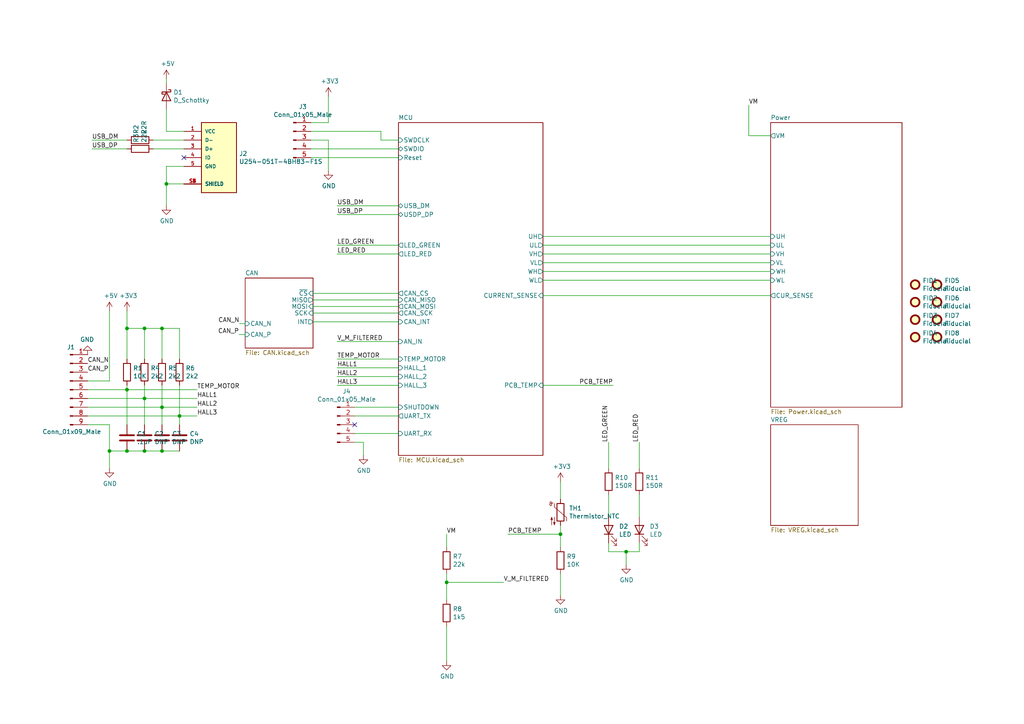
<source format=kicad_sch>
(kicad_sch (version 20211123) (generator eeschema)
  (paper "A4")
  (title_block (title "xESC BLDC Controller") (date "2021-12-01") (rev "2.0") (company "Clemens Elflein") (comment 1 "Creative Commons Attribution-NonCommercial-ShareAlike 4.0 International License.") (comment 2 "Licensed under "))
  (lib_symbols
    (symbol "Connector:Conn_01x05_Male" (pin_names (offset 1.016) hide)
      (property "Reference" "J" (at 0 7.62 0))
      (property "Value" "Conn_01x05_Male" (at 0 -7.62 0))
      (symbol "Conn_01x05_Male_1_1"
        (polyline (pts (xy 1.27 -5.08) (xy 0.8636 -5.08)) (stroke (width 0.1524)))
        (polyline (pts (xy 1.27 -2.54) (xy 0.8636 -2.54)) (stroke (width 0.1524)))
        (polyline (pts (xy 1.27 0) (xy 0.8636 0)) (stroke (width 0.1524)))
        (polyline (pts (xy 1.27 2.54) (xy 0.8636 2.54)) (stroke (width 0.1524)))
        (polyline (pts (xy 1.27 5.08) (xy 0.8636 5.08)) (stroke (width 0.1524)))
        (rectangle (start 0.8636 -4.953) (end 0 -5.207) (stroke (width 0.1524)) (fill (type outline)))
        (rectangle (start 0.8636 -2.413) (end 0 -2.667) (stroke (width 0.1524)) (fill (type outline)))
        (rectangle (start 0.8636 0.127) (end 0 -0.127) (stroke (width 0.1524)) (fill (type outline)))
        (rectangle (start 0.8636 2.667) (end 0 2.413) (stroke (width 0.1524)) (fill (type outline)))
        (rectangle (start 0.8636 5.207) (end 0 4.953) (stroke (width 0.1524)) (fill (type outline)))
        (pin passive line (at 5.08 5.08 180) (length 3.81) (name "Pin_1") (number "1"))
        (pin passive line (at 5.08 2.54 180) (length 3.81) (name "Pin_2") (number "2"))
        (pin passive line (at 5.08 0 180) (length 3.81) (name "Pin_3") (number "3"))
        (pin passive line (at 5.08 -2.54 180) (length 3.81) (name "Pin_4") (number "4"))
        (pin passive line (at 5.08 -5.08 180) (length 3.81) (name "Pin_5") (number "5"))
      )
    )
    (symbol "Connector:Conn_01x09_Male" (pin_names (offset 1.016) hide)
      (property "Reference" "J" (at 0 12.7 0))
      (property "Value" "Conn_01x09_Male" (at 0 -12.7 0))
      (symbol "Conn_01x09_Male_1_1"
        (polyline (pts (xy 1.27 -10.16) (xy 0.8636 -10.16)) (stroke (width 0.1524)))
        (polyline (pts (xy 1.27 -7.62) (xy 0.8636 -7.62)) (stroke (width 0.1524)))
        (polyline (pts (xy 1.27 -5.08) (xy 0.8636 -5.08)) (stroke (width 0.1524)))
        (polyline (pts (xy 1.27 -2.54) (xy 0.8636 -2.54)) (stroke (width 0.1524)))
        (polyline (pts (xy 1.27 0) (xy 0.8636 0)) (stroke (width 0.1524)))
        (polyline (pts (xy 1.27 2.54) (xy 0.8636 2.54)) (stroke (width 0.1524)))
        (polyline (pts (xy 1.27 5.08) (xy 0.8636 5.08)) (stroke (width 0.1524)))
        (polyline (pts (xy 1.27 7.62) (xy 0.8636 7.62)) (stroke (width 0.1524)))
        (polyline (pts (xy 1.27 10.16) (xy 0.8636 10.16)) (stroke (width 0.1524)))
        (rectangle (start 0.8636 -10.033) (end 0 -10.287) (stroke (width 0.1524)) (fill (type outline)))
        (rectangle (start 0.8636 -7.493) (end 0 -7.747) (stroke (width 0.1524)) (fill (type outline)))
        (rectangle (start 0.8636 -4.953) (end 0 -5.207) (stroke (width 0.1524)) (fill (type outline)))
        (rectangle (start 0.8636 -2.413) (end 0 -2.667) (stroke (width 0.1524)) (fill (type outline)))
        (rectangle (start 0.8636 0.127) (end 0 -0.127) (stroke (width 0.1524)) (fill (type outline)))
        (rectangle (start 0.8636 2.667) (end 0 2.413) (stroke (width 0.1524)) (fill (type outline)))
        (rectangle (start 0.8636 5.207) (end 0 4.953) (stroke (width 0.1524)) (fill (type outline)))
        (rectangle (start 0.8636 7.747) (end 0 7.493) (stroke (width 0.1524)) (fill (type outline)))
        (rectangle (start 0.8636 10.287) (end 0 10.033) (stroke (width 0.1524)) (fill (type outline)))
        (pin passive line (at 5.08 10.16 180) (length 3.81) (name "Pin_1") (number "1"))
        (pin passive line (at 5.08 7.62 180) (length 3.81) (name "Pin_2") (number "2"))
        (pin passive line (at 5.08 5.08 180) (length 3.81) (name "Pin_3") (number "3"))
        (pin passive line (at 5.08 2.54 180) (length 3.81) (name "Pin_4") (number "4"))
        (pin passive line (at 5.08 0 180) (length 3.81) (name "Pin_5") (number "5"))
        (pin passive line (at 5.08 -2.54 180) (length 3.81) (name "Pin_6") (number "6"))
        (pin passive line (at 5.08 -5.08 180) (length 3.81) (name "Pin_7") (number "7"))
        (pin passive line (at 5.08 -7.62 180) (length 3.81) (name "Pin_8") (number "8"))
        (pin passive line (at 5.08 -10.16 180) (length 3.81) (name "Pin_9") (number "9"))
      )
    )
    (symbol "Device:C" (pin_numbers hide) (pin_names (offset 0.254))
      (property "Reference" "C" (at 0.635 2.54 0))
      (property "Value" "C" (at 0.635 -2.54 0))
      (symbol "C_0_1"
        (polyline (pts (xy -2.032 -0.762) (xy 2.032 -0.762)) (stroke (width 0.508)))
        (polyline (pts (xy -2.032 0.762) (xy 2.032 0.762)) (stroke (width 0.508)))
      )
      (symbol "C_1_1"
        (pin passive line (at 0 3.81 270) (length 2.794) (name "~") (number "1"))
        (pin passive line (at 0 -3.81 90) (length 2.794) (name "~") (number "2"))
      )
    )
    (symbol "Device:D_Schottky" (pin_numbers hide) (pin_names (offset 1.016) hide)
      (property "Reference" "D" (at 0 2.54 0))
      (property "Value" "D_Schottky" (at 0 -2.54 0))
      (symbol "D_Schottky_0_1"
        (polyline (pts (xy 1.27 0) (xy -1.27 0)))
        (polyline (pts (xy 1.27 1.27) (xy 1.27 -1.27) (xy -1.27 0) (xy 1.27 1.27)) (stroke (width 0.254)))
        (polyline (pts (xy -1.905 0.635) (xy -1.905 1.27) (xy -1.27 1.27) (xy -1.27 -1.27) (xy -0.635 -1.27) (xy -0.635 -0.635)) (stroke (width 0.254)))
      )
      (symbol "D_Schottky_1_1"
        (pin passive line (at -3.81 0 0) (length 2.54) (name "K") (number "1"))
        (pin passive line (at 3.81 0 180) (length 2.54) (name "A") (number "2"))
      )
    )
    (symbol "Device:LED" (pin_numbers hide) (pin_names (offset 1.016) hide)
      (property "Reference" "D" (at 0 2.54 0))
      (property "Value" "LED" (at 0 -2.54 0))
      (symbol "LED_0_1"
        (polyline (pts (xy -1.27 -1.27) (xy -1.27 1.27)) (stroke (width 0.254)))
        (polyline (pts (xy -1.27 0) (xy 1.27 0)))
        (polyline (pts (xy 1.27 -1.27) (xy 1.27 1.27) (xy -1.27 0) (xy 1.27 -1.27)) (stroke (width 0.254)))
        (polyline (pts (xy -3.048 -0.762) (xy -4.572 -2.286) (xy -3.81 -2.286) (xy -4.572 -2.286) (xy -4.572 -1.524)))
        (polyline (pts (xy -1.778 -0.762) (xy -3.302 -2.286) (xy -2.54 -2.286) (xy -3.302 -2.286) (xy -3.302 -1.524)))
      )
      (symbol "LED_1_1"
        (pin passive line (at -3.81 0 0) (length 2.54) (name "K") (number "1"))
        (pin passive line (at 3.81 0 180) (length 2.54) (name "A") (number "2"))
      )
    )
    (symbol "Device:R" (pin_numbers hide) (pin_names (offset 0))
      (property "Reference" "R" (at 2.032 0 90))
      (property "Value" "R" (at 0 0 90))
      (symbol "R_0_1"
        (rectangle (start -1.016 -2.54) (end 1.016 2.54) (stroke (width 0.254)))
      )
      (symbol "R_1_1"
        (pin passive line (at 0 3.81 270) (length 1.27) (name "~") (number "1"))
        (pin passive line (at 0 -3.81 90) (length 1.27) (name "~") (number "2"))
      )
    )
    (symbol "Device:Thermistor_NTC" (pin_numbers hide) (pin_names (offset 0))
      (property "Reference" "TH" (at -4.445 0 90))
      (property "Value" "Thermistor_NTC" (at 3.175 0 90))
      (symbol "Thermistor_NTC_0_1"
        (arc (start -3.048 2.159) (mid -3.0505 2.3165) (end -3.175 2.413))
        (arc (start -3.048 2.159) (mid -2.9736 1.9794) (end -2.794 1.905))
        (arc (start -3.048 2.794) (mid -2.9736 2.6144) (end -2.794 2.54))
        (arc (start -2.794 1.905) (mid -2.6144 1.9794) (end -2.54 2.159))
        (arc (start -2.794 2.54) (mid -2.434 2.5608) (end -2.159 2.794))
        (arc (start -2.794 3.048) (mid -2.9736 2.9736) (end -3.048 2.794))
        (arc (start -2.54 2.794) (mid -2.6144 2.9736) (end -2.794 3.048))
        (rectangle (start -1.016 2.54) (end 1.016 -2.54) (stroke (width 0.254)))
        (polyline (pts (xy -2.54 2.159) (xy -2.54 2.794)))
        (polyline (pts (xy -1.778 2.54) (xy -1.778 1.524) (xy 1.778 -1.524) (xy 1.778 -2.54)))
        (polyline (pts (xy -2.54 -3.683) (xy -2.54 -1.397) (xy -2.794 -2.159) (xy -2.286 -2.159) (xy -2.54 -1.397) (xy -2.54 -1.651)) (fill (type outline)))
        (polyline (pts (xy -1.778 -1.397) (xy -1.778 -3.683) (xy -2.032 -2.921) (xy -1.524 -2.921) (xy -1.778 -3.683) (xy -1.778 -3.429)) (fill (type outline)))
      )
      (symbol "Thermistor_NTC_1_1"
        (pin passive line (at 0 3.81 270) (length 1.27) (name "~") (number "1"))
        (pin passive line (at 0 -3.81 90) (length 1.27) (name "~") (number "2"))
      )
    )
    (symbol "Mechanical:Fiducial"
      (property "Reference" "FID" (at 0 5.08 0))
      (property "Value" "Fiducial" (at 0 3.175 0))
      (symbol "Fiducial_0_1"
        (circle (center 0 0) (radius 1.27) (stroke (width 0.508)) (fill (type background)))
      )
    )
    (symbol "U254-051T-4BH83-F1S:U254-051T-4BH83-F1S" (pin_names (offset 1.016))
      (property "Reference" "J" (at -5.08 11.43 0))
      (property "Value" "U254-051T-4BH83-F1S" (at -5.08 -12.7 0))
      (symbol "U254-051T-4BH83-F1S_0_0"
        (rectangle (start -5.08 -10.16) (end 5.08 10.16) (stroke (width 0.254)) (fill (type background)))
        (pin power_in line (at -10.16 7.62 0) (length 5.08) (name "VCC") (number "1"))
        (pin bidirectional line (at -10.16 5.08 0) (length 5.08) (name "D-") (number "2"))
        (pin bidirectional line (at -10.16 2.54 0) (length 5.08) (name "D+") (number "3"))
        (pin bidirectional line (at -10.16 0 0) (length 5.08) (name "ID") (number "4"))
        (pin power_in line (at -10.16 -2.54 0) (length 5.08) (name "GND") (number "5"))
        (pin passive line (at -10.16 -7.62 0) (length 5.08) (name "SHIELD") (number "S1"))
        (pin passive line (at -10.16 -7.62 0) (length 5.08) (name "SHIELD") (number "S2"))
        (pin passive line (at -10.16 -7.62 0) (length 5.08) (name "SHIELD") (number "S3"))
        (pin passive line (at -10.16 -7.62 0) (length 5.08) (name "SHIELD") (number "S4"))
        (pin passive line (at -10.16 -7.62 0) (length 5.08) (name "SHIELD") (number "S5"))
        (pin passive line (at -10.16 -7.62 0) (length 5.08) (name "SHIELD") (number "S6"))
      )
    )
    (symbol "power:+3.3V" (power) (pin_names (offset 0))
      (property "Value" "+3.3V" (at 0 3.556 0))
      (symbol "+3.3V_0_1"
        (polyline (pts (xy -0.762 1.27) (xy 0 2.54)))
        (polyline (pts (xy 0 0) (xy 0 2.54)))
        (polyline (pts (xy 0 2.54) (xy 0.762 1.27)))
      )
      (symbol "+3.3V_1_1"
        (pin power_in line (at 0 0 90) (length 0) hide (name "+3V3") (number "1"))
      )
    )
    (symbol "power:+5V" (power) (pin_names (offset 0))
      (property "Value" "+5V" (at 0 3.556 0))
      (symbol "+5V_0_1"
        (polyline (pts (xy -0.762 1.27) (xy 0 2.54)))
        (polyline (pts (xy 0 0) (xy 0 2.54)))
        (polyline (pts (xy 0 2.54) (xy 0.762 1.27)))
      )
      (symbol "+5V_1_1"
        (pin power_in line (at 0 0 90) (length 0) hide (name "+5V") (number "1"))
      )
    )
    (symbol "power:GND" (power) (pin_names (offset 0))
      (property "Value" "GND" (at 0 -3.81 0))
      (symbol "GND_0_1"
        (polyline (pts (xy 0 0) (xy 0 -1.27) (xy 1.27 -1.27) (xy 0 -2.54) (xy -1.27 -1.27) (xy 0 -1.27)))
      )
      (symbol "GND_1_1"
        (pin power_in line (at 0 0 270) (length 0) hide (name "GND") (number "1"))
      )
    )
  )
  (junction (at 46.99 130.81))
  (junction (at 36.83 113.03))
  (junction (at 48.26 53.34))
  (junction (at 36.83 95.25))
  (junction (at 129.54 168.91))
  (junction (at 36.83 130.81))
  (junction (at 52.07 120.65))
  (junction (at 46.99 95.25))
  (junction (at 46.99 118.11))
  (junction (at 41.91 130.81))
  (junction (at 162.56 154.94))
  (junction (at 41.91 95.25))
  (junction (at 31.75 130.81))
  (junction (at 181.61 160.02))
  (junction (at 41.91 115.57))
  (no_connect (at 102.87 123.19))
  (no_connect (at 53.34 45.72))
  (wire (pts (xy 53.34 40.64) (xy 44.45 40.64)))
  (wire (pts (xy 115.57 71.12) (xy 97.79 71.12)))
  (wire (pts (xy 95.25 35.56) (xy 95.25 27.94)))
  (wire (pts (xy 97.79 109.22) (xy 115.57 109.22)))
  (wire (pts (xy 110.49 40.64) (xy 115.57 40.64)))
  (wire (pts (xy 181.61 160.02) (xy 185.42 160.02)))
  (wire (pts (xy 223.52 76.2) (xy 157.48 76.2)))
  (wire (pts (xy 48.26 24.13) (xy 48.26 22.86)))
  (wire (pts (xy 162.56 152.4) (xy 162.56 154.94)))
  (wire (pts (xy 223.52 68.58) (xy 157.48 68.58)))
  (wire (pts (xy 162.56 154.94) (xy 162.56 158.75)))
  (wire (pts (xy 115.57 106.68) (xy 97.79 106.68)))
  (wire (pts (xy 53.34 48.26) (xy 48.26 48.26)))
  (wire (pts (xy 41.91 95.25) (xy 46.99 95.25)))
  (wire (pts (xy 25.4 120.65) (xy 52.07 120.65)))
  (wire (pts (xy 57.15 113.03) (xy 36.83 113.03)))
  (wire (pts (xy 90.805 88.9) (xy 115.57 88.9)))
  (wire (pts (xy 46.99 118.11) (xy 25.4 118.11)))
  (wire (pts (xy 90.805 93.345) (xy 115.57 93.345)))
  (wire (pts (xy 223.52 73.66) (xy 157.48 73.66)))
  (wire (pts (xy 69.342 97.028) (xy 71.12 97.028)))
  (wire (pts (xy 162.56 166.37) (xy 162.56 172.72)))
  (wire (pts (xy 31.75 123.19) (xy 31.75 130.81)))
  (wire (pts (xy 217.17 39.37) (xy 217.17 30.48)))
  (wire (pts (xy 41.91 111.76) (xy 41.91 115.57)))
  (wire (pts (xy 176.53 149.86) (xy 176.53 143.51)))
  (wire (pts (xy 48.26 48.26) (xy 48.26 53.34)))
  (wire (pts (xy 52.07 111.76) (xy 52.07 120.65)))
  (wire (pts (xy 115.57 99.06) (xy 97.79 99.06)))
  (wire (pts (xy 176.53 135.89) (xy 176.53 128.27)))
  (wire (pts (xy 90.17 43.18) (xy 115.57 43.18)))
  (wire (pts (xy 217.17 39.37) (xy 223.52 39.37)))
  (wire (pts (xy 31.75 130.81) (xy 31.75 135.89)))
  (wire (pts (xy 36.83 130.81) (xy 31.75 130.81)))
  (wire (pts (xy 53.34 53.34) (xy 48.26 53.34)))
  (wire (pts (xy 129.54 168.91) (xy 146.05 168.91)))
  (wire (pts (xy 157.48 78.74) (xy 223.52 78.74)))
  (wire (pts (xy 90.805 90.805) (xy 115.57 90.805)))
  (wire (pts (xy 46.99 118.11) (xy 46.99 123.19)))
  (wire (pts (xy 176.53 160.02) (xy 181.61 160.02)))
  (wire (pts (xy 25.4 123.19) (xy 31.75 123.19)))
  (wire (pts (xy 185.42 135.89) (xy 185.42 128.27)))
  (wire (pts (xy 115.57 73.66) (xy 97.79 73.66)))
  (wire (pts (xy 41.91 130.81) (xy 36.83 130.81)))
  (wire (pts (xy 95.25 40.64) (xy 95.25 49.53)))
  (wire (pts (xy 110.49 38.1) (xy 110.49 40.64)))
  (wire (pts (xy 129.54 173.99) (xy 129.54 168.91)))
  (wire (pts (xy 41.91 115.57) (xy 57.15 115.57)))
  (wire (pts (xy 90.805 85.09) (xy 115.57 85.09)))
  (wire (pts (xy 97.79 59.69) (xy 115.57 59.69)))
  (wire (pts (xy 115.57 111.76) (xy 97.79 111.76)))
  (wire (pts (xy 157.48 71.12) (xy 223.52 71.12)))
  (wire (pts (xy 52.07 120.65) (xy 52.07 123.19)))
  (wire (pts (xy 176.53 157.48) (xy 176.53 160.02)))
  (wire (pts (xy 129.54 168.91) (xy 129.54 166.37)))
  (wire (pts (xy 36.83 43.18) (xy 26.67 43.18)))
  (wire (pts (xy 90.17 38.1) (xy 110.49 38.1)))
  (wire (pts (xy 53.34 43.18) (xy 44.45 43.18)))
  (wire (pts (xy 53.34 38.1) (xy 48.26 38.1)))
  (wire (pts (xy 36.83 95.25) (xy 41.91 95.25)))
  (wire (pts (xy 129.54 158.75) (xy 129.54 154.94)))
  (wire (pts (xy 46.99 111.76) (xy 46.99 118.11)))
  (wire (pts (xy 36.83 113.03) (xy 25.4 113.03)))
  (wire (pts (xy 105.41 128.27) (xy 105.41 132.08)))
  (wire (pts (xy 129.54 181.61) (xy 129.54 191.77)))
  (wire (pts (xy 157.48 85.725) (xy 223.52 85.725)))
  (wire (pts (xy 90.805 86.995) (xy 115.57 86.995)))
  (wire (pts (xy 57.15 118.11) (xy 46.99 118.11)))
  (wire (pts (xy 69.469 93.853) (xy 71.12 93.853)))
  (wire (pts (xy 185.42 157.48) (xy 185.42 160.02)))
  (wire (pts (xy 97.79 104.14) (xy 115.57 104.14)))
  (wire (pts (xy 46.99 130.81) (xy 52.07 130.81)))
  (wire (pts (xy 90.17 40.64) (xy 95.25 40.64)))
  (wire (pts (xy 36.83 95.25) (xy 36.83 90.17)))
  (wire (pts (xy 48.26 53.34) (xy 48.26 59.69)))
  (wire (pts (xy 41.91 130.81) (xy 46.99 130.81)))
  (wire (pts (xy 48.26 38.1) (xy 48.26 31.75)))
  (wire (pts (xy 115.57 125.73) (xy 102.87 125.73)))
  (wire (pts (xy 102.87 118.11) (xy 115.57 118.11)))
  (wire (pts (xy 223.52 81.28) (xy 157.48 81.28)))
  (wire (pts (xy 41.91 104.14) (xy 41.91 95.25)))
  (wire (pts (xy 36.83 113.03) (xy 36.83 111.76)))
  (wire (pts (xy 52.07 120.65) (xy 57.15 120.65)))
  (wire (pts (xy 162.56 144.78) (xy 162.56 139.7)))
  (wire (pts (xy 185.42 149.86) (xy 185.42 143.51)))
  (wire (pts (xy 41.91 115.57) (xy 41.91 123.19)))
  (wire (pts (xy 162.56 154.94) (xy 147.32 154.94)))
  (wire (pts (xy 90.17 35.56) (xy 95.25 35.56)))
  (wire (pts (xy 36.83 123.19) (xy 36.83 113.03)))
  (wire (pts (xy 36.83 40.64) (xy 26.67 40.64)))
  (wire (pts (xy 36.83 104.14) (xy 36.83 95.25)))
  (wire (pts (xy 157.48 111.76) (xy 177.8 111.76)))
  (wire (pts (xy 25.4 115.57) (xy 41.91 115.57)))
  (wire (pts (xy 115.57 120.65) (xy 102.87 120.65)))
  (wire (pts (xy 102.87 128.27) (xy 105.41 128.27)))
  (wire (pts (xy 46.99 104.14) (xy 46.99 95.25)))
  (wire (pts (xy 115.57 62.23) (xy 97.79 62.23)))
  (wire (pts (xy 181.61 163.83) (xy 181.61 160.02)))
  (wire (pts (xy 46.99 95.25) (xy 52.07 95.25)))
  (wire (pts (xy 31.75 90.17) (xy 31.75 110.49)))
  (wire (pts (xy 52.07 95.25) (xy 52.07 104.14)))
  (wire (pts (xy 90.17 45.72) (xy 115.57 45.72)))
  (wire (pts (xy 25.4 110.49) (xy 31.75 110.49)))
  (label "PCB_TEMP" (at 177.8 111.76 180))
  (label "HALL3" (at 57.15 120.65 0))
  (label "V_M_FILTERED" (at 146.05 168.91 0))
  (label "LED_GREEN" (at 97.79 71.12 0))
  (label "LED_RED" (at 185.42 128.27 90))
  (label "V_M_FILTERED" (at 97.79 99.06 0))
  (label "USB_DP" (at 97.79 62.23 0))
  (label "HALL1" (at 97.79 106.68 0))
  (label "HALL2" (at 97.79 109.22 0))
  (label "TEMP_MOTOR" (at 57.15 113.03 0))
  (label "VM" (at 129.54 154.94 0))
  (label "LED_GREEN" (at 176.53 128.27 90))
  (label "CAN_N" (at 25.4 105.41 0))
  (label "USB_DP" (at 26.67 43.18 0))
  (label "CAN_P" (at 69.342 97.028 180))
  (label "USB_DM" (at 97.79 59.69 0))
  (label "HALL1" (at 57.15 115.57 0))
  (label "TEMP_MOTOR" (at 97.79 104.14 0))
  (label "VM" (at 217.17 30.48 0))
  (label "HALL3" (at 97.79 111.76 0))
  (label "USB_DM" (at 26.67 40.64 0))
  (label "LED_RED" (at 97.79 73.66 0))
  (label "CAN_N" (at 69.469 93.853 180))
  (label "CAN_P" (at 25.4 107.95 0))
  (label "PCB_TEMP" (at 147.32 154.94 0))
  (label "HALL2" (at 57.15 118.11 0))
  (symbol (lib_id "power:+5V") (at 31.75 90.17 0) (unit 1)
    (property "Reference" "#PWR02" (effects hide))
    (property "Value" "+5V" (at 32.131 85.7758 0))
  )
  (symbol (lib_id "power:GND") (at 31.75 135.89 0) (unit 1)
    (property "Reference" "#PWR03" (effects hide))
    (property "Value" "GND" (at 31.877 140.2842 0))
  )
  (symbol (lib_id "Device:C") (at 36.83 127 0) (unit 1)
    (property "Reference" "C1" (at 39.751 125.8316 0) (effects (justify left)))
    (property "Value" ".1uF" (at 39.751 128.143 0) (effects (justify left)))
    (property "Footprint" "Capacitor_SMD:C_0603_1608Metric" (effects hide))
    (property "Digikey" "490-1331-1-ND" (effects hide))
    (property "Part Number" "CL10B104KC8NNNC" (effects hide))
    (property "Stock_PN" "C-603-.1uF-100V-X7R" (effects hide))
  )
  (symbol (lib_id "Device:R") (at 36.83 107.95 0) (unit 1)
    (property "Reference" "R1" (at 38.608 106.7816 0) (effects (justify left)))
    (property "Value" "10K" (at 38.608 109.093 0) (effects (justify left)))
    (property "Footprint" "Resistor_SMD:R_0603_1608Metric" (effects hide))
    (property "Digikey" "311-10.0KHRCT-ND" (effects hide))
    (property "Part Number" "RC0603FR-0710KL" (effects hide))
    (property "Stock_PN" "R-603-10K-.1W-1%" (effects hide))
  )
  (symbol (lib_id "power:+3.3V") (at 36.83 90.17 0) (unit 1)
    (property "Reference" "#PWR04" (effects hide))
    (property "Value" "+3.3V" (at 37.211 85.7758 0))
  )
  (symbol (lib_id "Device:R") (at 41.91 107.95 0) (unit 1)
    (property "Reference" "R4" (at 43.688 106.7816 0) (effects (justify left)))
    (property "Value" "2k2" (at 43.688 109.093 0) (effects (justify left)))
    (property "Footprint" "Resistor_SMD:R_0603_1608Metric" (effects hide))
    (property "Digikey" "311-2.20KHRCT-ND" (effects hide))
    (property "Part Number" "RC0603FR-072K2L" (effects hide))
    (property "Stock_PN" "R-603-2.2K-.1W-1%" (effects hide))
  )
  (symbol (lib_id "Device:R") (at 46.99 107.95 0) (unit 1)
    (property "Reference" "R5" (at 48.768 106.7816 0) (effects (justify left)))
    (property "Value" "2k2" (at 48.768 109.093 0) (effects (justify left)))
    (property "Footprint" "Resistor_SMD:R_0603_1608Metric" (effects hide))
    (property "Digikey" "311-2.20KHRCT-ND" (effects hide))
    (property "Part Number" "RC0603FR-072K2L" (effects hide))
    (property "Stock_PN" "R-603-2.2K-.1W-1%" (effects hide))
  )
  (symbol (lib_id "Device:R") (at 52.07 107.95 0) (unit 1)
    (property "Reference" "R6" (at 53.848 106.7816 0) (effects (justify left)))
    (property "Value" "2k2" (at 53.848 109.093 0) (effects (justify left)))
    (property "Footprint" "Resistor_SMD:R_0603_1608Metric" (effects hide))
    (property "Digikey" "311-2.20KHRCT-ND" (effects hide))
    (property "Part Number" "RC0603FR-072K2L" (effects hide))
    (property "Stock_PN" "R-603-2.2K-.1W-1%" (effects hide))
  )
  (symbol (lib_id "Device:C") (at 52.07 127 0) (unit 1)
    (property "Reference" "C4" (at 54.991 125.8316 0) (effects (justify left)))
    (property "Value" "DNP" (at 54.991 128.143 0) (effects (justify left)))
    (property "Footprint" "Capacitor_SMD:C_0603_1608Metric" (effects hide))
    (property "Config" "do not place" (effects hide))
  )
  (symbol (lib_id "Device:C") (at 46.99 127 0) (unit 1)
    (property "Reference" "C3" (at 49.911 125.8316 0) (effects (justify left)))
    (property "Value" "DNP" (at 49.911 128.143 0) (effects (justify left)))
    (property "Footprint" "Capacitor_SMD:C_0603_1608Metric" (effects hide))
    (property "Config" "do not place" (effects hide))
  )
  (symbol (lib_id "Device:C") (at 41.91 127 0) (unit 1)
    (property "Reference" "C2" (at 44.831 125.8316 0) (effects (justify left)))
    (property "Value" "DNP" (at 44.831 128.143 0) (effects (justify left)))
    (property "Footprint" "Capacitor_SMD:C_0603_1608Metric" (effects hide))
    (property "Config" "do not place" (effects hide))
  )
  (symbol (lib_id "Connector:Conn_01x05_Male") (at 85.09 40.64 0) (unit 1)
    (property "Reference" "J3" (at 87.8332 30.9626 0))
    (property "Value" "Conn_01x05_Male" (at 87.8332 33.274 0))
    (property "Footprint" "Connector_PinHeader_2.54mm:PinHeader_1x05_P2.54mm_Vertical" (effects hide))
    (property "LCSC" "C2935911" (effects hide))
    (property "Part Number" "DZ254R-11-05-63" (effects hide))
    (property "Stock_PN" "J-TH-1x5-.1" (effects hide))
  )
  (symbol (lib_id "power:+3.3V") (at 95.25 27.94 0) (unit 1)
    (property "Reference" "#PWR07" (effects hide))
    (property "Value" "+3.3V" (at 95.631 23.5458 0))
  )
  (symbol (lib_id "power:GND") (at 129.54 191.77 0) (unit 1)
    (property "Reference" "#PWR010" (effects hide))
    (property "Value" "GND" (at 129.667 196.1642 0))
  )
  (symbol (lib_id "power:GND") (at 95.25 49.53 0) (unit 1)
    (property "Reference" "#PWR08" (effects hide))
    (property "Value" "GND" (at 95.377 53.9242 0))
  )
  (symbol (lib_id "Device:R") (at 129.54 162.56 0) (unit 1)
    (property "Reference" "R7" (at 131.318 161.3916 0) (effects (justify left)))
    (property "Value" "22k" (at 131.318 163.703 0) (effects (justify left)))
    (property "Footprint" "Resistor_SMD:R_0603_1608Metric" (effects hide))
    (property "Digikey" "RMCF0603FT22K0CT-ND" (effects hide))
    (property "Part Number" "RMCF0603FT22K0" (effects hide))
    (property "Stock_PN" "R-603-22K-.1W-1%" (effects hide))
  )
  (symbol (lib_id "Device:R") (at 129.54 177.8 0) (unit 1)
    (property "Reference" "R8" (at 131.318 176.6316 0) (effects (justify left)))
    (property "Value" "1k5" (at 131.318 178.943 0) (effects (justify left)))
    (property "Footprint" "Resistor_SMD:R_0603_1608Metric" (effects hide))
    (property "Digikey" "311-1.50KHRCT-ND" (effects hide))
    (property "Part Number" "RC0603FR-071K5L" (effects hide))
    (property "Stock_PN" "R-603-1.5K-.1W-1%" (effects hide))
  )
  (symbol (lib_id "U254-051T-4BH83-F1S:U254-051T-4BH83-F1S") (at 63.5 45.72 0) (unit 1)
    (property "Reference" "J2" (at 69.342 44.5516 0) (effects (justify left)))
    (property "Value" "U254-051T-4BH83-F1S" (at 69.342 46.863 0) (effects (justify left)))
    (property "Footprint" "USB:XKB_U254-051T-4BH83-F1S" (effects hide))
    (property "PARTREV" "A0" (effects hide))
    (property "MAXIMUM_PACKAGE_HEIGHT" "2.98mm" (effects hide))
    (property "MANUFACTURER" "XKB INDUSTRIAL PRECISION" (effects hide))
    (property "STANDARD" "Manufacturer recommendations" (effects hide))
    (property "LCSC" "C397452" (effects hide))
    (property "Part Number" "U254-051T-4BH83-F1S" (effects hide))
    (property "Stock_PN" "J-USB-Mico-B" (effects hide))
  )
  (symbol (lib_id "power:+5V") (at 48.26 22.86 0) (unit 1)
    (property "Reference" "#PWR05" (effects hide))
    (property "Value" "+5V" (at 48.641 18.4658 0))
  )
  (symbol (lib_id "Device:D_Schottky") (at 48.26 27.94 270) (unit 1)
    (property "Reference" "D1" (at 50.292 26.7716 90) (effects (justify left)))
    (property "Value" "D_Schottky" (at 50.292 29.083 90) (effects (justify left)))
    (property "Footprint" "Diode_SMD:D_SOD-123" (effects hide))
    (property "Part Number" "PMEG2010ER,115" (effects hide))
    (property "Digikey" "1727-5192-1-ND" (effects hide))
    (property "Stock_PN" "D-PMEG2010ER" (effects hide))
  )
  (symbol (lib_id "Device:R") (at 40.64 43.18 90) (unit 1)
    (property "Reference" "R3" (at 39.4716 41.402 0) (effects (justify left)))
    (property "Value" "22R" (at 41.783 41.402 0) (effects (justify left)))
    (property "Footprint" "Resistor_SMD:R_0603_1608Metric" (effects hide))
    (property "Digikey" "RMCF0603FT22R0CT-ND" (effects hide))
    (property "Part Number" "RMCF0603FT22R0" (effects hide))
    (property "Stock_PN" "R-603-22-.1W-1%" (effects hide))
  )
  (symbol (lib_id "Device:R") (at 40.64 40.64 90) (unit 1)
    (property "Reference" "R2" (at 39.4716 38.862 0) (effects (justify left)))
    (property "Value" "22R" (at 41.783 38.862 0) (effects (justify left)))
    (property "Footprint" "Resistor_SMD:R_0603_1608Metric" (effects hide))
    (property "Digikey" "RMCF0603FT22R0CT-ND" (effects hide))
    (property "Part Number" "RMCF0603FT22R0" (effects hide))
    (property "Stock_PN" "R-603-22-.1W-1%" (effects hide))
  )
  (symbol (lib_id "power:GND") (at 48.26 59.69 0) (unit 1)
    (property "Reference" "#PWR06" (effects hide))
    (property "Value" "GND" (at 48.387 64.0842 0))
  )
  (symbol (lib_id "Connector:Conn_01x05_Male") (at 97.79 123.19 0) (unit 1)
    (property "Reference" "J4" (at 100.5332 113.5126 0))
    (property "Value" "Conn_01x05_Male" (at 100.5332 115.824 0))
    (property "Footprint" "Connector_PinHeader_2.54mm:PinHeader_1x05_P2.54mm_Vertical" (effects hide))
    (property "LCSC" "C2935911" (effects hide))
    (property "Part Number" "DZ254R-11-05-63" (effects hide))
    (property "Stock_PN" "J-TH-1x5-.1" (effects hide))
  )
  (symbol (lib_id "power:GND") (at 105.41 132.08 0) (unit 1)
    (property "Reference" "#PWR09" (effects hide))
    (property "Value" "GND" (at 105.537 136.4742 0))
  )
  (symbol (lib_id "Device:R") (at 176.53 139.7 0) (unit 1)
    (property "Reference" "R10" (at 178.308 138.5316 0) (effects (justify left)))
    (property "Value" "150R" (at 178.308 140.843 0) (effects (justify left)))
    (property "Footprint" "Resistor_SMD:R_0603_1608Metric" (effects hide))
    (property "Digikey" "311-150HRCT-ND" (effects hide))
    (property "Part Number" "RC0603FR-07150RL" (effects hide))
    (property "Stock_PN" "R-603-150-.1W-1%" (effects hide))
  )
  (symbol (lib_id "Device:LED") (at 176.53 153.67 90) (unit 1)
    (property "Reference" "D2" (at 179.5272 152.6794 90) (effects (justify right)))
    (property "Value" "LED" (at 179.5272 154.9908 90) (effects (justify right)))
    (property "Footprint" "LED_SMD:LED_0603_1608Metric" (effects hide))
    (property "Stock_PN" "LED-603-GREEN" (effects hide))
    (property "Digikey" "160-1446-1-ND" (effects hide))
    (property "Part Number" "LTST-C191KGKT" (effects hide))
  )
  (symbol (lib_id "Device:Thermistor_NTC") (at 162.56 148.59 0) (unit 1)
    (property "Reference" "TH1" (at 165.0492 147.4216 0) (effects (justify left)))
    (property "Value" "Thermistor_NTC" (at 165.0492 149.733 0) (effects (justify left)))
    (property "Footprint" "Resistor_SMD:R_0603_1608Metric" (effects hide))
    (property "Digikey" "490-16279-1-ND" (effects hide))
    (property "Part Number" "NCU18XH103F60RB" (effects hide))
    (property "Stock_PN" "TH-NCU18XH103F60RB" (effects hide))
  )
  (symbol (lib_id "Device:R") (at 162.56 162.56 0) (unit 1)
    (property "Reference" "R9" (at 164.338 161.3916 0) (effects (justify left)))
    (property "Value" "10K" (at 164.338 163.703 0) (effects (justify left)))
    (property "Footprint" "Resistor_SMD:R_0603_1608Metric" (effects hide))
    (property "Digikey" "311-10.0KHRCT-ND" (effects hide))
    (property "Part Number" "RC0603FR-0710KL" (effects hide))
    (property "Stock_PN" "R-603-10K-.1W-1%" (effects hide))
  )
  (symbol (lib_id "Device:R") (at 185.42 139.7 0) (unit 1)
    (property "Reference" "R11" (at 187.198 138.5316 0) (effects (justify left)))
    (property "Value" "150R" (at 187.198 140.843 0) (effects (justify left)))
    (property "Footprint" "Resistor_SMD:R_0603_1608Metric" (effects hide))
    (property "Digikey" "311-150HRCT-ND" (effects hide))
    (property "Part Number" "RC0603FR-07150RL" (effects hide))
    (property "Stock_PN" "R-603-150-.1W-1%" (effects hide))
  )
  (symbol (lib_id "Device:LED") (at 185.42 153.67 90) (unit 1)
    (property "Reference" "D3" (at 188.4172 152.6794 90) (effects (justify right)))
    (property "Value" "LED" (at 188.4172 154.9908 90) (effects (justify right)))
    (property "Footprint" "LED_SMD:LED_0603_1608Metric" (effects hide))
    (property "Stock_PN" "LED-603-RED" (effects hide))
    (property "Digikey" "160-1447-1-ND" (effects hide))
    (property "Part Number" "LTST-C191KRKT" (effects hide))
  )
  (symbol (lib_id "power:GND") (at 181.61 163.83 0) (unit 1)
    (property "Reference" "#PWR013" (effects hide))
    (property "Value" "GND" (at 181.737 168.2242 0))
  )
  (symbol (lib_id "power:GND") (at 162.56 172.72 0) (unit 1)
    (property "Reference" "#PWR012" (effects hide))
    (property "Value" "GND" (at 162.687 177.1142 0))
  )
  (symbol (lib_id "power:+3.3V") (at 162.56 139.7 0) (unit 1)
    (property "Reference" "#PWR011" (effects hide))
    (property "Value" "+3.3V" (at 162.941 135.3058 0))
  )
  (symbol (lib_id "Mechanical:Fiducial") (at 271.78 82.55 0) (unit 1)
    (property "Reference" "FID5" (at 273.939 81.3816 0) (effects (justify left)))
    (property "Value" "Fiducial" (at 273.939 83.693 0) (effects (justify left)))
    (property "Footprint" "Fiducial:Fiducial_0.75mm_Mask1.5mm" (effects hide))
    (property "Config" "do not place" (effects hide))
  )
  (symbol (lib_id "Mechanical:Fiducial") (at 271.78 87.63 0) (unit 1)
    (property "Reference" "FID6" (at 273.939 86.4616 0) (effects (justify left)))
    (property "Value" "Fiducial" (at 273.939 88.773 0) (effects (justify left)))
    (property "Footprint" "Fiducial:Fiducial_0.75mm_Mask1.5mm" (effects hide))
    (property "Config" "do not place" (effects hide))
  )
  (symbol (lib_id "Mechanical:Fiducial") (at 271.78 92.71 0) (unit 1)
    (property "Reference" "FID7" (at 273.939 91.5416 0) (effects (justify left)))
    (property "Value" "Fiducial" (at 273.939 93.853 0) (effects (justify left)))
    (property "Footprint" "Fiducial:Fiducial_0.75mm_Mask1.5mm" (effects hide))
    (property "Config" "do not place" (effects hide))
  )
  (symbol (lib_id "Mechanical:Fiducial") (at 271.78 97.79 0) (unit 1)
    (property "Reference" "FID8" (at 273.939 96.6216 0) (effects (justify left)))
    (property "Value" "Fiducial" (at 273.939 98.933 0) (effects (justify left)))
    (property "Footprint" "Fiducial:Fiducial_0.75mm_Mask1.5mm" (effects hide))
    (property "Config" "do not place" (effects hide))
  )
  (symbol (lib_id "Mechanical:Fiducial") (at 265.43 82.55 0) (unit 1)
    (property "Reference" "FID1" (at 267.589 81.3816 0) (effects (justify left)))
    (property "Value" "Fiducial" (at 267.589 83.693 0) (effects (justify left)))
    (property "Footprint" "Fiducial:Fiducial_0.75mm_Mask1.5mm" (effects hide))
    (property "Config" "do not place" (effects hide))
  )
  (symbol (lib_id "Mechanical:Fiducial") (at 265.43 87.63 0) (unit 1)
    (property "Reference" "FID2" (at 267.589 86.4616 0) (effects (justify left)))
    (property "Value" "Fiducial" (at 267.589 88.773 0) (effects (justify left)))
    (property "Footprint" "Fiducial:Fiducial_0.75mm_Mask1.5mm" (effects hide))
    (property "Config" "do not place" (effects hide))
  )
  (symbol (lib_id "Mechanical:Fiducial") (at 265.43 92.71 0) (unit 1)
    (property "Reference" "FID3" (at 267.589 91.5416 0) (effects (justify left)))
    (property "Value" "Fiducial" (at 267.589 93.853 0) (effects (justify left)))
    (property "Footprint" "Fiducial:Fiducial_0.75mm_Mask1.5mm" (effects hide))
    (property "Config" "do not place" (effects hide))
  )
  (symbol (lib_id "Mechanical:Fiducial") (at 265.43 97.79 0) (unit 1)
    (property "Reference" "FID4" (at 267.589 96.6216 0) (effects (justify left)))
    (property "Value" "Fiducial" (at 267.589 98.933 0) (effects (justify left)))
    (property "Footprint" "Fiducial:Fiducial_0.75mm_Mask1.5mm" (effects hide))
    (property "Config" "do not place" (effects hide))
  )
  (symbol (lib_id "Connector:Conn_01x09_Male") (at 20.32 113.03 0) (unit 1)
    (property "Reference" "J1" (at 20.574 100.711 0))
    (property "Value" "Conn_01x09_Male" (at 20.828 125.222 0))
    (property "Footprint" "Connector_PinHeader_2.54mm:PinHeader_1x09_P2.54mm_Vertical" (effects hide))
    (property "LCSC" "C2935915" (effects hide))
    (property "Part Number" "DZ254R-11-09-63" (effects hide))
    (property "Stock_PN" "J-TH-1x9-.1" (effects hide))
  )
  (symbol (lib_id "power:GND") (at 25.4 102.87 180) (unit 1)
    (property "Reference" "#PWR01" (effects hide))
    (property "Value" "GND" (at 25.273 98.4758 0))
  )
  (sheet (at 223.52 35.56) (size 38.1 82.55)
    (property "Sheet name" "Power" (at 223.52 34.8484 0) (effects (justify left bottom)))
    (property "Sheet file" "Power.kicad_sch" (at 223.52 118.6946 0) (effects (justify left top)))
    (pin "UH" input (at 223.52 68.58 180))
    (pin "UL" input (at 223.52 71.12 180))
    (pin "VH" input (at 223.52 73.66 180))
    (pin "VL" input (at 223.52 76.2 180))
    (pin "WH" input (at 223.52 78.74 180))
    (pin "WL" input (at 223.52 81.28 180))
    (pin "VM" output (at 223.52 39.37 180))
    (pin "CUR_SENSE" output (at 223.52 85.725 180))
  )
  (sheet (at 115.57 35.56) (size 41.91 96.52)
    (property "Sheet name" "MCU" (at 115.57 34.8484 0) (effects (justify left bottom)))
    (property "Sheet file" "MCU.kicad_sch" (at 115.57 132.6646 0) (effects (justify left top)))
    (pin "Reset" input (at 115.57 45.72 180))
    (pin "SWDIO" bidirectional (at 115.57 43.18 180))
    (pin "SWDCLK" input (at 115.57 40.64 180))
    (pin "WH" output (at 157.48 78.74 0))
    (pin "VH" output (at 157.48 73.66 0))
    (pin "UH" output (at 157.48 68.58 0))
    (pin "WL" output (at 157.48 81.28 0))
    (pin "VL" output (at 157.48 76.2 0))
    (pin "UL" output (at 157.48 71.12 0))
    (pin "PCB_TEMP" input (at 157.48 111.76 0))
    (pin "USB_DM" bidirectional (at 115.57 59.69 180))
    (pin "USDP_DP" bidirectional (at 115.57 62.23 180))
    (pin "LED_GREEN" output (at 115.57 71.12 180))
    (pin "LED_RED" output (at 115.57 73.66 180))
    (pin "AN_IN" input (at 115.57 99.06 180))
    (pin "TEMP_MOTOR" input (at 115.57 104.14 180))
    (pin "HALL_3" input (at 115.57 111.76 180))
    (pin "HALL_2" input (at 115.57 109.22 180))
    (pin "HALL_1" input (at 115.57 106.68 180))
    (pin "CURRENT_SENSE" input (at 157.48 85.725 0))
    (pin "UART_TX" output (at 115.57 120.65 180))
    (pin "UART_RX" input (at 115.57 125.73 180))
    (pin "SHUTDOWN" input (at 115.57 118.11 180))
    (pin "CAN_MISO" input (at 115.57 86.995 180))
    (pin "CAN_CS" output (at 115.57 85.09 180))
    (pin "CAN_SCK" output (at 115.57 90.805 180))
    (pin "CAN_MOSI" output (at 115.57 88.9 180))
    (pin "CAN_INT" input (at 115.57 93.345 180))
  )
  (sheet (at 223.52 123.19) (size 25.4 29.21)
    (property "Sheet name" "VREG" (at 223.52 122.4784 0) (effects (justify left bottom)))
    (property "Sheet file" "VREG.kicad_sch" (at 223.52 152.9846 0) (effects (justify left top)))
  )
  (sheet (at 71.12 80.645) (size 19.685 20.32) (stroke (width 0.1524))
    (property "Sheet name" "CAN" (at 71.12 79.9334 0) (effects (justify left bottom)))
    (property "Sheet file" "CAN.kicad_sch" (at 71.12 101.5496 0) (effects (justify left top)))
    (pin "~{CS}" input (at 90.805 85.09 0))
    (pin "MOSI" input (at 90.805 88.9 0))
    (pin "MISO" output (at 90.805 86.995 0))
    (pin "SCK" input (at 90.805 90.805 0))
    (pin "INT" output (at 90.805 93.345 0))
    (pin "CAN_P" input (at 71.12 97.028 180))
    (pin "CAN_N" input (at 71.12 93.853 180))
  )
)
</source>
